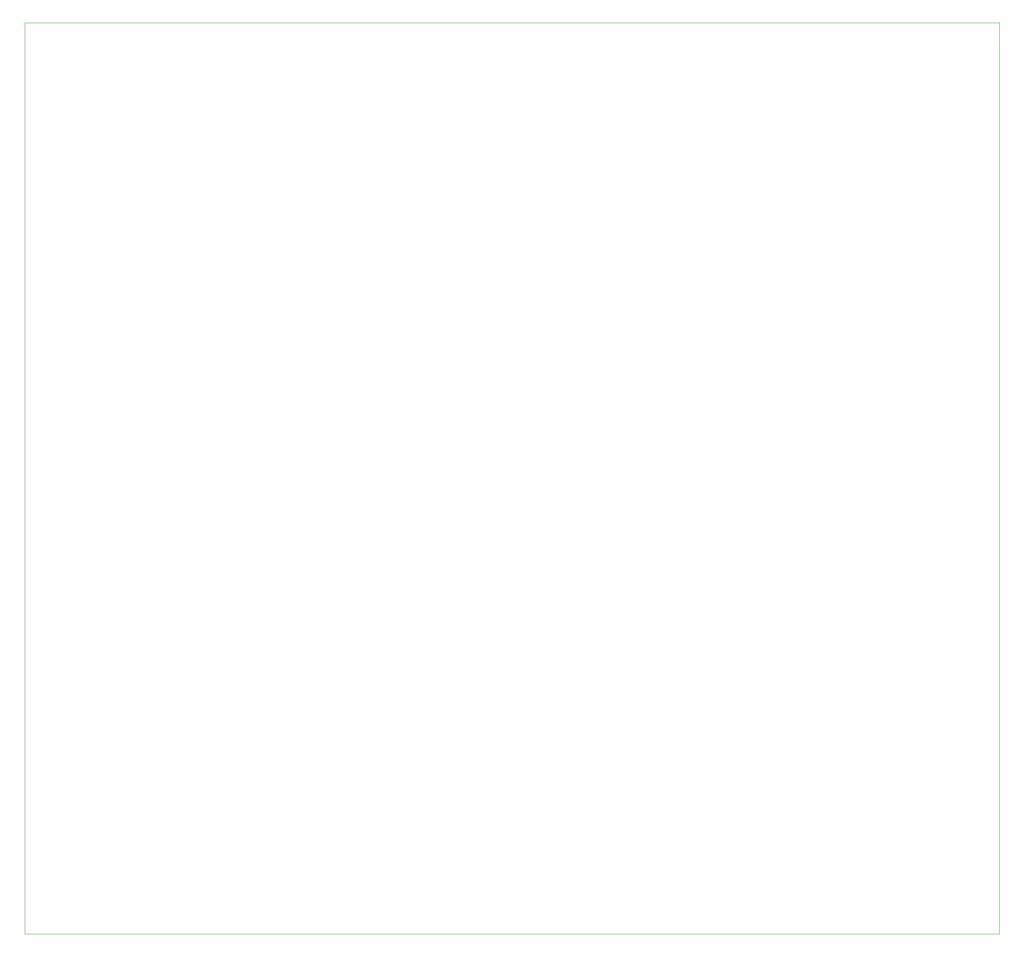
<source format=gbr>
G04 #@! TF.FileFunction,Profile,NP*
%FSLAX46Y46*%
G04 Gerber Fmt 4.6, Leading zero omitted, Abs format (unit mm)*
G04 Created by KiCad (PCBNEW 4.0.4-stable) date 01/03/17 20:17:35*
%MOMM*%
%LPD*%
G01*
G04 APERTURE LIST*
%ADD10C,0.100000*%
G04 APERTURE END LIST*
D10*
X41073860Y-44247680D02*
X244353860Y-44247680D01*
X41073860Y-234227680D02*
X41073860Y-44247680D01*
X244276880Y-234228640D02*
X41076880Y-234228640D01*
X244312440Y-44247680D02*
X244312440Y-234223560D01*
M02*

</source>
